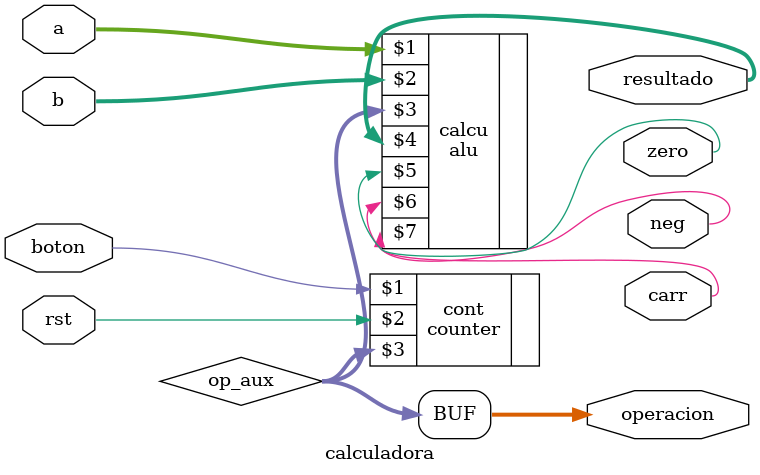
<source format=sv>
module calculadora#(parameter N=4)(input [N-1:0] a, b,input boton, rst, output [N-1:0] resultado,
 output [3:0] operacion, output zero, neg, carr);

	logic [3:0] op_aux;
	counter cont(boton, rst, op_aux);
	alu calcu(a, b, op_aux, resultado, zero, neg, carr);
	assign operacion = op_aux;
	
endmodule 
</source>
